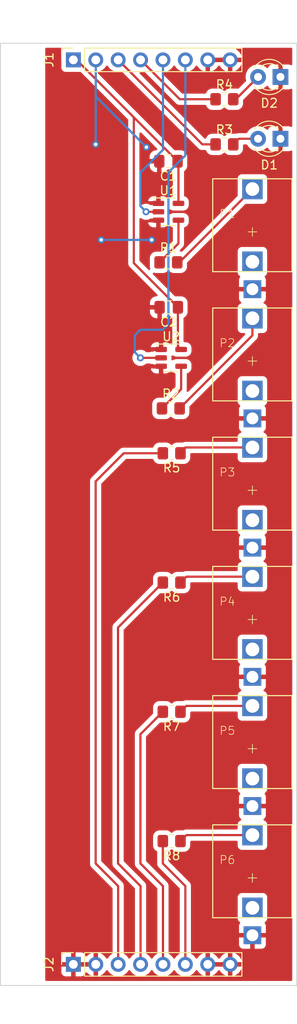
<source format=kicad_pcb>
(kicad_pcb (version 20211014) (generator pcbnew)
  (layers (0 "F.Cu" signal) (31 "B.Cu" signal) (34 "B.Paste" user) (35 "F.Paste" user) (36 "B.SilkS" user "B.Silkscreen") (37 "F.SilkS" user "F.Silkscreen") (38 "B.Mask" user) (39 "F.Mask" user) (44 "Edge.Cuts" user))
  (net 0 "")
  (net 1 "GND")
  (net 2 "Net-(D1-Pad2)")
  (net 3 "Net-(D2-Pad2)")
  (net 5 "Net-(P1-PadP$3_TIP)")
  (net 7 "Net-(P2-PadP$3_TIP)")
  (net 9 "Net-(P3-PadP$3_TIP)")
  (net 11 "Net-(P4-PadP$3_TIP)")
  (net 13 "Net-(P5-PadP$3_TIP)")
  (net 15 "Net-(P6-PadP$3_TIP)")
  (net 16 "Net-(R1-Pad1)")
  (net 17 "Net-(R2-Pad1)")
  (net 18 "/LED1")
  (net 19 "/LED2")
  (net 20 "/CV1")
  (net 21 "/CV2")
  (net 22 "/CV3")
  (net 23 "/CV4")
  (net 24 "/GATE1")
  (net 25 "/GATE2")
  (net 26 "+5V")
  (footprint "MusicThingModular:THONKICONN" (layer "F.Cu") (at 28.575 94.345)
    (fp_text reference "P6" (at -3.8 -1.5) (layer "F.SilkS") (effects (font (size 0.92 0.92) (thickness 0.08)) (justify left bottom)))
    (fp_text value "EuroCon")
    (fp_line (start -4.5 -6) (end 4.5 -6) (layer "F.SilkS") (width 0.127))
    (fp_line (start 4.5 4.5) (end -4.5 4.5) (layer "F.SilkS") (width 0.127))
    (fp_line (start -0.5 0) (end 0.5 0) (layer "F.SilkS") (width 0.08))
    (fp_line (start 4.5 -6) (end 4.5 4.5) (layer "F.SilkS") (width 0.127))
    (fp_line (start -4.5 4.5) (end -4.5 -6) (layer "F.SilkS") (width 0.127))
    (fp_line (start 0 -0.5) (end 0 0.5) (layer "F.SilkS") (width 0.08))
    (pad "P$1_SLEEVE" thru_hole rect (at 0 6.48) (size 2.025 2.025) (drill 1.35) (layers *.Cu *.Mask) (net 1 "GND"))
    (pad "P$2_SWITCH" thru_hole rect (at 0 3.38) (size 2.325 2.325) (drill 1.55) (layers *.Cu *.Mask))
    (pad "P$3_TIP" thru_hole rect (at 0 -4.84) (size 2.325 2.325) (drill 1.55) (layers *.Cu *.Mask) (net 15 "Net-(P6-PadP$3_TIP)"))
  )
  (footprint "Capacitor_SMD:C_0805_2012Metric_Pad1.18x1.45mm_HandSolder" (layer "F.Cu") (at 19.05 13.335 180)
    (fp_text reference "C1" (at 0 -1.68) (layer "F.SilkS"))
    (fp_text value "C")
    (fp_line (start -0.261252 0.735) (end 0.261252 0.735) (layer "F.SilkS") (width 0.12))
    (fp_line (start -0.261252 -0.735) (end 0.261252 -0.735) (layer "F.SilkS") (width 0.12))
    (pad "1" smd roundrect (at -1.0375 0 180) (size 1.175 1.45) (layers "F.Cu" "F.Paste" "F.Mask") (roundrect_rratio 0.2127659574) (net 26 "+5V"))
    (pad "2" smd roundrect (at 1.0375 0 180) (size 1.175 1.45) (layers "F.Cu" "F.Paste" "F.Mask") (roundrect_rratio 0.2127659574) (net 1 "GND"))
  )
  (footprint "MusicThingModular:THONKICONN" (layer "F.Cu") (at 28.575 50.53)
    (fp_text reference "P3" (at -3.8 -1.5) (layer "F.SilkS") (effects (font (size 0.92 0.92) (thickness 0.08)) (justify left bottom)))
    (fp_text value "EuroCon")
    (fp_line (start -4.5 -6) (end 4.5 -6) (layer "F.SilkS") (width 0.127))
    (fp_line (start -0.5 0) (end 0.5 0) (layer "F.SilkS") (width 0.08))
    (fp_line (start -4.5 4.5) (end -4.5 -6) (layer "F.SilkS") (width 0.127))
    (fp_line (start 4.5 -6) (end 4.5 4.5) (layer "F.SilkS") (width 0.127))
    (fp_line (start 4.5 4.5) (end -4.5 4.5) (layer "F.SilkS") (width 0.127))
    (fp_line (start 0 -0.5) (end 0 0.5) (layer "F.SilkS") (width 0.08))
    (pad "P$1_SLEEVE" thru_hole rect (at 0 6.48) (size 2.025 2.025) (drill 1.35) (layers *.Cu *.Mask) (net 1 "GND"))
    (pad "P$2_SWITCH" thru_hole rect (at 0 3.38) (size 2.325 2.325) (drill 1.55) (layers *.Cu *.Mask))
    (pad "P$3_TIP" thru_hole rect (at 0 -4.84) (size 2.325 2.325) (drill 1.55) (layers *.Cu *.Mask) (net 9 "Net-(P3-PadP$3_TIP)"))
  )
  (footprint "Resistor_SMD:R_0805_2012Metric_Pad1.20x1.40mm_HandSolder" (layer "F.Cu") (at 25.4 11.43)
    (fp_text reference "R3" (at 0 -1.65) (layer "F.SilkS"))
    (fp_text value "1k")
    (fp_line (start -0.227064 -0.735) (end 0.227064 -0.735) (layer "F.SilkS") (width 0.12))
    (fp_line (start -0.227064 0.735) (end 0.227064 0.735) (layer "F.SilkS") (width 0.12))
    (pad "1" smd roundrect (at -1 0) (size 1.2 1.4) (layers "F.Cu" "F.Paste" "F.Mask") (roundrect_rratio 0.2083333333) (net 18 "/LED1"))
    (pad "2" smd roundrect (at 1 0) (size 1.2 1.4) (layers "F.Cu" "F.Paste" "F.Mask") (roundrect_rratio 0.2083333333) (net 2 "Net-(D1-Pad2)"))
  )
  (footprint "Connector_PinSocket_2.54mm:PinSocket_1x08_P2.54mm_Vertical" (layer "F.Cu") (at 8.27 104.115 90)
    (fp_text reference "J2" (at 0 -2.77 90) (layer "F.SilkS"))
    (fp_text value "Conn_01x08_Male")
    (fp_line (start 1.33 1.27) (end 1.33 19.11) (layer "F.SilkS") (width 0.12))
    (fp_line (start -1.33 1.27) (end 1.33 1.27) (layer "F.SilkS") (width 0.12))
    (fp_line (start -1.33 1.27) (end -1.33 19.11) (layer "F.SilkS") (width 0.12))
    (fp_line (start 1.33 -1.33) (end 1.33 0) (layer "F.SilkS") (width 0.12))
    (fp_line (start -1.33 19.11) (end 1.33 19.11) (layer "F.SilkS") (width 0.12))
    (fp_line (start 0 -1.33) (end 1.33 -1.33) (layer "F.SilkS") (width 0.12))
    (pad "1" thru_hole rect (at 0 0 90) (size 1.7 1.7) (drill 1) (layers *.Cu *.Mask) (net 1 "GND"))
    (pad "2" thru_hole oval (at 0 2.54 90) (size 1.7 1.7) (drill 1) (layers *.Cu *.Mask) (net 1 "GND"))
    (pad "3" thru_hole oval (at 0 5.08 90) (size 1.7 1.7) (drill 1) (layers *.Cu *.Mask) (net 20 "/CV1"))
    (pad "4" thru_hole oval (at 0 7.62 90) (size 1.7 1.7) (drill 1) (layers *.Cu *.Mask) (net 21 "/CV2"))
    (pad "5" thru_hole oval (at 0 10.16 90) (size 1.7 1.7) (drill 1) (layers *.Cu *.Mask) (net 22 "/CV3"))
    (pad "6" thru_hole oval (at 0 12.7 90) (size 1.7 1.7) (drill 1) (layers *.Cu *.Mask) (net 23 "/CV4"))
    (pad "7" thru_hole oval (at 0 15.24 90) (size 1.7 1.7) (drill 1) (layers *.Cu *.Mask) (net 1 "GND"))
    (pad "8" thru_hole oval (at 0 17.78 90) (size 1.7 1.7) (drill 1) (layers *.Cu *.Mask) (net 1 "GND"))
  )
  (footprint "Resistor_SMD:R_0805_2012Metric_Pad1.20x1.40mm_HandSolder" (layer "F.Cu") (at 19.05 24.765)
    (fp_text reference "R1" (at 0 -1.65) (layer "F.SilkS"))
    (fp_text value "1k")
    (fp_line (start -0.227064 0.735) (end 0.227064 0.735) (layer "F.SilkS") (width 0.12))
    (fp_line (start -0.227064 -0.735) (end 0.227064 -0.735) (layer "F.SilkS") (width 0.12))
    (pad "1" smd roundrect (at -1 0) (size 1.2 1.4) (layers "F.Cu" "F.Paste" "F.Mask") (roundrect_rratio 0.2083333333) (net 16 "Net-(R1-Pad1)"))
    (pad "2" smd roundrect (at 1 0) (size 1.2 1.4) (layers "F.Cu" "F.Paste" "F.Mask") (roundrect_rratio 0.2083333333) (net 5 "Net-(P1-PadP$3_TIP)"))
  )
  (footprint "Resistor_SMD:R_0805_2012Metric_Pad1.20x1.40mm_HandSolder" (layer "F.Cu") (at 19.32 41.275)
    (fp_text reference "R2" (at 0 -1.65) (layer "F.SilkS"))
    (fp_text value "1k")
    (fp_line (start -0.227064 0.735) (end 0.227064 0.735) (layer "F.SilkS") (width 0.12))
    (fp_line (start -0.227064 -0.735) (end 0.227064 -0.735) (layer "F.SilkS") (width 0.12))
    (pad "1" smd roundrect (at -1 0) (size 1.2 1.4) (layers "F.Cu" "F.Paste" "F.Mask") (roundrect_rratio 0.2083333333) (net 17 "Net-(R2-Pad1)"))
    (pad "2" smd roundrect (at 1 0) (size 1.2 1.4) (layers "F.Cu" "F.Paste" "F.Mask") (roundrect_rratio 0.2083333333) (net 7 "Net-(P2-PadP$3_TIP)"))
  )
  (footprint "MusicThingModular:THONKICONN" (layer "F.Cu") (at 28.575 79.74)
    (fp_text reference "P5" (at -3.8 -1.5) (layer "F.SilkS") (effects (font (size 0.92 0.92) (thickness 0.08)) (justify left bottom)))
    (fp_text value "EuroCon")
    (fp_line (start -0.5 0) (end 0.5 0) (layer "F.SilkS") (width 0.08))
    (fp_line (start 4.5 4.5) (end -4.5 4.5) (layer "F.SilkS") (width 0.127))
    (fp_line (start 0 -0.5) (end 0 0.5) (layer "F.SilkS") (width 0.08))
    (fp_line (start -4.5 4.5) (end -4.5 -6) (layer "F.SilkS") (width 0.127))
    (fp_line (start -4.5 -6) (end 4.5 -6) (layer "F.SilkS") (width 0.127))
    (fp_line (start 4.5 -6) (end 4.5 4.5) (layer "F.SilkS") (width 0.127))
    (pad "P$1_SLEEVE" thru_hole rect (at 0 6.48) (size 2.025 2.025) (drill 1.35) (layers *.Cu *.Mask) (net 1 "GND"))
    (pad "P$2_SWITCH" thru_hole rect (at 0 3.38) (size 2.325 2.325) (drill 1.55) (layers *.Cu *.Mask))
    (pad "P$3_TIP" thru_hole rect (at 0 -4.84) (size 2.325 2.325) (drill 1.55) (layers *.Cu *.Mask) (net 13 "Net-(P5-PadP$3_TIP)"))
  )
  (footprint "Connector_PinSocket_2.54mm:PinSocket_1x08_P2.54mm_Vertical" (layer "F.Cu") (at 8.27 1.88 90)
    (fp_text reference "J1" (at 0 -2.77 90) (layer "F.SilkS"))
    (fp_text value "Conn_01x08_Male")
    (fp_line (start -1.33 1.27) (end 1.33 1.27) (layer "F.SilkS") (width 0.12))
    (fp_line (start 1.33 1.27) (end 1.33 19.11) (layer "F.SilkS") (width 0.12))
    (fp_line (start 0 -1.33) (end 1.33 -1.33) (layer "F.SilkS") (width 0.12))
    (fp_line (start -1.33 1.27) (end -1.33 19.11) (layer "F.SilkS") (width 0.12))
    (fp_line (start 1.33 -1.33) (end 1.33 0) (layer "F.SilkS") (width 0.12))
    (fp_line (start -1.33 19.11) (end 1.33 19.11) (layer "F.SilkS") (width 0.12))
    (pad "1" thru_hole rect (at 0 0 90) (size 1.7 1.7) (drill 1) (layers *.Cu *.Mask) (net 26 "+5V"))
    (pad "2" thru_hole oval (at 0 2.54 90) (size 1.7 1.7) (drill 1) (layers *.Cu *.Mask) (net 1 "GND"))
    (pad "3" thru_hole oval (at 0 5.08 90) (size 1.7 1.7) (drill 1) (layers *.Cu *.Mask) (net 18 "/LED1"))
    (pad "4" thru_hole oval (at 0 7.62 90) (size 1.7 1.7) (drill 1) (layers *.Cu *.Mask) (net 19 "/LED2"))
    (pad "5" thru_hole oval (at 0 10.16 90) (size 1.7 1.7) (drill 1) (layers *.Cu *.Mask) (net 24 "/GATE1"))
    (pad "6" thru_hole oval (at 0 12.7 90) (size 1.7 1.7) (drill 1) (layers *.Cu *.Mask) (net 25 "/GATE2"))
    (pad "7" thru_hole oval (at 0 15.24 90) (size 1.7 1.7) (drill 1) (layers *.Cu *.Mask) (net 1 "GND"))
    (pad "8" thru_hole oval (at 0 17.78 90) (size 1.7 1.7) (drill 1) (layers *.Cu *.Mask) (net 1 "GND"))
  )
  (footprint "MusicThingModular:THONKICONN" (layer "F.Cu") (at 28.575 21.32)
    (fp_text reference "P1" (at -3.8 -1.5) (layer "F.SilkS") (effects (font (size 0.92 0.92) (thickness 0.08)) (justify left bottom)))
    (fp_text value "EuroCon")
    (fp_line (start -0.5 0) (end 0.5 0) (layer "F.SilkS") (width 0.08))
    (fp_line (start 4.5 4.5) (end -4.5 4.5) (layer "F.SilkS") (width 0.127))
    (fp_line (start 0 -0.5) (end 0 0.5) (layer "F.SilkS") (width 0.08))
    (fp_line (start 4.5 -6) (end 4.5 4.5) (layer "F.SilkS") (width 0.127))
    (fp_line (start -4.5 -6) (end 4.5 -6) (layer "F.SilkS") (width 0.127))
    (fp_line (start -4.5 4.5) (end -4.5 -6) (layer "F.SilkS") (width 0.127))
    (pad "P$1_SLEEVE" thru_hole rect (at 0 6.48) (size 2.025 2.025) (drill 1.35) (layers *.Cu *.Mask) (net 1 "GND"))
    (pad "P$2_SWITCH" thru_hole rect (at 0 3.38) (size 2.325 2.325) (drill 1.55) (layers *.Cu *.Mask))
    (pad "P$3_TIP" thru_hole rect (at 0 -4.84) (size 2.325 2.325) (drill 1.55) (layers *.Cu *.Mask) (net 5 "Net-(P1-PadP$3_TIP)"))
  )
  (footprint "LED_THT:LED_D3.0mm" (layer "F.Cu") (at 31.755 10.795 180)
    (fp_text reference "D1" (at 1.27 -2.96) (layer "F.SilkS"))
    (fp_text value "LED")
    (fp_line (start -0.29 -1.236) (end -0.29 -1.08) (layer "F.SilkS") (width 0.12))
    (fp_line (start -0.29 1.08) (end -0.29 1.236) (layer "F.SilkS") (width 0.12))
    (fp_arc (start 0.229039 -1.08) (mid 1.270117 -1.5) (end 2.31113 -1.079837) (layer "F.SilkS") (width 0.12))
    (fp_arc (start -0.29 -1.235516) (mid 1.366487 -1.987659) (end 2.942335 -1.078608) (layer "F.SilkS") (width 0.12))
    (fp_arc (start 2.31113 1.079837) (mid 1.270117 1.5) (end 0.229039 1.08) (layer "F.SilkS") (width 0.12))
    (fp_arc (start 2.942335 1.078608) (mid 1.366487 1.987659) (end -0.29 1.235516) (layer "F.SilkS") (width 0.12))
    (pad "1" thru_hole rect (at 0 0 180) (size 1.8 1.8) (drill 0.9) (layers *.Cu *.Mask) (net 1 "GND"))
    (pad "2" thru_hole circle (at 2.54 0 180) (size 1.8 1.8) (drill 0.9) (layers *.Cu *.Mask) (net 2 "Net-(D1-Pad2)"))
  )
  (footprint "Package_TO_SOT_SMD:SOT-23-5" (layer "F.Cu") (at 19.355 35.56)
    (fp_text reference "U2" (at 0 -2.4) (layer "F.SilkS"))
    (fp_text value "74AHCT1G125" hide)
    (fp_line (start 0 1.56) (end 0.8 1.56) (layer "F.SilkS") (width 0.12))
    (fp_line (start 0 -1.56) (end 0.8 -1.56) (layer "F.SilkS") (width 0.12))
    (fp_line (start 0 -1.56) (end -1.8 -1.56) (layer "F.SilkS") (width 0.12))
    (fp_line (start 0 1.56) (end -0.8 1.56) (layer "F.SilkS") (width 0.12))
    (pad "1" smd roundrect (at -1.1375 -0.95) (size 1.325 0.6) (layers "F.Cu" "F.Paste" "F.Mask") (net 1 "GND"))
    (pad "2" smd roundrect (at -1.1375 0) (size 1.325 0.6) (layers "F.Cu" "F.Paste" "F.Mask") (net 25 "/GATE2"))
    (pad "3" smd roundrect (at -1.1375 0.95) (size 1.325 0.6) (layers "F.Cu" "F.Paste" "F.Mask") (net 1 "GND"))
    (pad "4" smd roundrect (at 1.1375 0.95) (size 1.325 0.6) (layers "F.Cu" "F.Paste" "F.Mask") (net 17 "Net-(R2-Pad1)"))
    (pad "5" smd roundrect (at 1.1375 -0.95) (size 1.325 0.6) (layers "F.Cu" "F.Paste" "F.Mask") (net 26 "+5V"))
  )
  (footprint "Resistor_SMD:R_0805_2012Metric_Pad1.20x1.40mm_HandSolder" (layer "F.Cu") (at 19.415 46.345 180)
    (fp_text reference "R5" (at 0 -1.65) (layer "F.SilkS"))
    (fp_text value "1K")
    (fp_line (start -0.227064 0.735) (end 0.227064 0.735) (layer "F.SilkS") (width 0.12))
    (fp_line (start -0.227064 -0.735) (end 0.227064 -0.735) (layer "F.SilkS") (width 0.12))
    (pad "1" smd roundrect (at -1 0 180) (size 1.2 1.4) (layers "F.Cu" "F.Paste" "F.Mask") (roundrect_rratio 0.2083333333) (net 9 "Net-(P3-PadP$3_TIP)"))
    (pad "2" smd roundrect (at 1 0 180) (size 1.2 1.4) (layers "F.Cu" "F.Paste" "F.Mask") (roundrect_rratio 0.2083333333) (net 20 "/CV1"))
  )
  (footprint "MusicThingModular:THONKICONN" (layer "F.Cu") (at 28.575 35.925)
    (fp_text reference "P2" (at -3.8 -1.5) (layer "F.SilkS") (effects (font (size 0.92 0.92) (thickness 0.08)) (justify left bottom)))
    (fp_text value "EuroCon")
    (fp_line (start 4.5 -6) (end 4.5 4.5) (layer "F.SilkS") (width 0.127))
    (fp_line (start 0 -0.5) (end 0 0.5) (layer "F.SilkS") (width 0.08))
    (fp_line (start -4.5 4.5) (end -4.5 -6) (layer "F.SilkS") (width 0.127))
    (fp_line (start -4.5 -6) (end 4.5 -6) (layer "F.SilkS") (width 0.127))
    (fp_line (start 4.5 4.5) (end -4.5 4.5) (layer "F.SilkS") (width 0.127))
    (fp_line (start -0.5 0) (end 0.5 0) (layer "F.SilkS") (width 0.08))
    (pad "P$1_SLEEVE" thru_hole rect (at 0 6.48) (size 2.025 2.025) (drill 1.35) (layers *.Cu *.Mask) (net 1 "GND"))
    (pad "P$2_SWITCH" thru_hole rect (at 0 3.38) (size 2.325 2.325) (drill 1.55) (layers *.Cu *.Mask))
    (pad "P$3_TIP" thru_hole rect (at 0 -4.84) (size 2.325 2.325) (drill 1.55) (layers *.Cu *.Mask) (net 7 "Net-(P2-PadP$3_TIP)"))
  )
  (footprint "Resistor_SMD:R_0805_2012Metric_Pad1.20x1.40mm_HandSolder" (layer "F.Cu") (at 25.4 6.33)
    (fp_text reference "R4" (at 0 -1.65) (layer "F.SilkS"))
    (fp_text value "1k")
    (fp_line (start -0.227064 0.735) (end 0.227064 0.735) (layer "F.SilkS") (width 0.12))
    (fp_line (start -0.227064 -0.735) (end 0.227064 -0.735) (layer "F.SilkS") (width 0.12))
    (pad "1" smd roundrect (at -1 0) (size 1.2 1.4) (layers "F.Cu" "F.Paste" "F.Mask") (roundrect_rratio 0.2083333333) (net 19 "/LED2"))
    (pad "2" smd roundrect (at 1 0) (size 1.2 1.4) (layers "F.Cu" "F.Paste" "F.Mask") (roundrect_rratio 0.2083333333) (net 3 "Net-(D2-Pad2)"))
  )
  (footprint "Package_TO_SOT_SMD:SOT-23-5" (layer "F.Cu") (at 19.05 19.05)
    (fp_text reference "U1" (at 0 -2.4) (layer "F.SilkS"))
    (fp_text value "74AHCT1G125" hide)
    (fp_line (start 0 -1.56) (end 0.8 -1.56) (layer "F.SilkS") (width 0.12))
    (fp_line (start 0 -1.56) (end -1.8 -1.56) (layer "F.SilkS") (width 0.12))
    (fp_line (start 0 1.56) (end 0.8 1.56) (layer "F.SilkS") (width 0.12))
    (fp_line (start 0 1.56) (end -0.8 1.56) (layer "F.SilkS") (width 0.12))
    (pad "1" smd roundrect (at -1.1375 -0.95) (size 1.325 0.6) (layers "F.Cu" "F.Paste" "F.Mask") (net 1 "GND"))
    (pad "2" smd roundrect (at -1.1375 0) (size 1.325 0.6) (layers "F.Cu" "F.Paste" "F.Mask") (net 24 "/GATE1"))
    (pad "3" smd roundrect (at -1.1375 0.95) (size 1.325 0.6) (layers "F.Cu" "F.Paste" "F.Mask") (net 1 "GND"))
    (pad "4" smd roundrect (at 1.1375 0.95) (size 1.325 0.6) (layers "F.Cu" "F.Paste" "F.Mask") (net 16 "Net-(R1-Pad1)"))
    (pad "5" smd roundrect (at 1.1375 -0.95) (size 1.325 0.6) (layers "F.Cu" "F.Paste" "F.Mask") (net 26 "+5V"))
  )
  (footprint "MusicThingModular:THONKICONN" (layer "F.Cu") (at 28.575 65.135)
    (fp_text reference "P4" (at -3.8 -1.5) (layer "F.SilkS") (effects (font (size 0.92 0.92) (thickness 0.08)) (justify left bottom)))
    (fp_text value "EuroCon")
    (fp_line (start -4.5 -6) (end 4.5 -6) (layer "F.SilkS") (width 0.127))
    (fp_line (start 0 -0.5) (end 0 0.5) (layer "F.SilkS") (width 0.08))
    (fp_line (start -4.5 4.5) (end -4.5 -6) (layer "F.SilkS") (width 0.127))
    (fp_line (start -0.5 0) (end 0.5 0) (layer "F.SilkS") (width 0.08))
    (fp_line (start 4.5 4.5) (end -4.5 4.5) (layer "F.SilkS") (width 0.127))
    (fp_line (start 4.5 -6) (end 4.5 4.5) (layer "F.SilkS") (width 0.127))
    (pad "P$1_SLEEVE" thru_hole rect (at 0 6.48) (size 2.025 2.025) (drill 1.35) (layers *.Cu *.Mask) (net 1 "GND"))
    (pad "P$2_SWITCH" thru_hole rect (at 0 3.38) (size 2.325 2.325) (drill 1.55) (layers *.Cu *.Mask))
    (pad "P$3_TIP" thru_hole rect (at 0 -4.84) (size 2.325 2.325) (drill 1.55) (layers *.Cu *.Mask) (net 11 "Net-(P4-PadP$3_TIP)"))
  )
  (footprint "Resistor_SMD:R_0805_2012Metric_Pad1.20x1.40mm_HandSolder" (layer "F.Cu") (at 19.415 60.96 180)
    (fp_text reference "R6" (at 0 -1.65) (layer "F.SilkS"))
    (fp_text value "1K")
    (fp_line (start -0.227064 -0.735) (end 0.227064 -0.735) (layer "F.SilkS") (width 0.12))
    (fp_line (start -0.227064 0.735) (end 0.227064 0.735) (layer "F.SilkS") (width 0.12))
    (pad "1" smd roundrect (at -1 0 180) (size 1.2 1.4) (layers "F.Cu" "F.Paste" "F.Mask") (roundrect_rratio 0.2083333333) (net 11 "Net-(P4-PadP$3_TIP)"))
    (pad "2" smd roundrect (at 1 0 180) (size 1.2 1.4) (layers "F.Cu" "F.Paste" "F.Mask") (roundrect_rratio 0.2083333333) (net 21 "/CV2"))
  )
  (footprint "Resistor_SMD:R_0805_2012Metric_Pad1.20x1.40mm_HandSolder" (layer "F.Cu") (at 19.415 75.565 180)
    (fp_text reference "R7" (at 0 -1.65) (layer "F.SilkS"))
    (fp_text value "1K")
    (fp_line (start -0.227064 -0.735) (end 0.227064 -0.735) (layer "F.SilkS") (width 0.12))
    (fp_line (start -0.227064 0.735) (end 0.227064 0.735) (layer "F.SilkS") (width 0.12))
    (pad "1" smd roundrect (at -1 0 180) (size 1.2 1.4) (layers "F.Cu" "F.Paste" "F.Mask") (roundrect_rratio 0.2083333333) (net 13 "Net-(P5-PadP$3_TIP)"))
    (pad "2" smd roundrect (at 1 0 180) (size 1.2 1.4) (layers "F.Cu" "F.Paste" "F.Mask") (roundrect_rratio 0.2083333333) (net 22 "/CV3"))
  )
  (footprint "Resistor_SMD:R_0805_2012Metric_Pad1.20x1.40mm_HandSolder" (layer "F.Cu") (at 19.415 90.18 180)
    (fp_text reference "R8" (at 0 -1.65) (layer "F.SilkS"))
    (fp_text value "1K")
    (fp_line (start -0.227064 -0.735) (end 0.227064 -0.735) (layer "F.SilkS") (width 0.12))
    (fp_line (start -0.227064 0.735) (end 0.227064 0.735) (layer "F.SilkS") (width 0.12))
    (pad "1" smd roundrect (at -1 0 180) (size 1.2 1.4) (layers "F.Cu" "F.Paste" "F.Mask") (roundrect_rratio 0.2083333333) (net 15 "Net-(P6-PadP$3_TIP)"))
    (pad "2" smd roundrect (at 1 0 180) (size 1.2 1.4) (layers "F.Cu" "F.Paste" "F.Mask") (roundrect_rratio 0.2083333333) (net 23 "/CV4"))
  )
  (footprint "LED_THT:LED_D3.0mm" (layer "F.Cu") (at 31.755 3.81 180)
    (fp_text reference "D2" (at 1.27 -2.96) (layer "F.SilkS"))
    (fp_text value "LED")
    (fp_line (start -0.29 -1.236) (end -0.29 -1.08) (layer "F.SilkS") (width 0.12))
    (fp_line (start -0.29 1.08) (end -0.29 1.236) (layer "F.SilkS") (width 0.12))
    (fp_arc (start 2.942335 1.078608) (mid 1.366487 1.987659) (end -0.29 1.235516) (layer "F.SilkS") (width 0.12))
    (fp_arc (start 2.31113 1.079837) (mid 1.270117 1.5) (end 0.229039 1.08) (layer "F.SilkS") (width 0.12))
    (fp_arc (start -0.29 -1.235516) (mid 1.366487 -1.987659) (end 2.942335 -1.078608) (layer "F.SilkS") (width 0.12))
    (fp_arc (start 0.229039 -1.08) (mid 1.270117 -1.5) (end 2.31113 -1.079837) (layer "F.SilkS") (width 0.12))
    (pad "1" thru_hole rect (at 0 0 180) (size 1.8 1.8) (drill 0.9) (layers *.Cu *.Mask) (net 1 "GND"))
    (pad "2" thru_hole circle (at 2.54 0 180) (size 1.8 1.8) (drill 0.9) (layers *.Cu *.Mask) (net 3 "Net-(D2-Pad2)"))
  )
  (footprint "Capacitor_SMD:C_0805_2012Metric_Pad1.18x1.45mm_HandSolder" (layer "F.Cu") (at 19.0875 29.845 180)
    (fp_text reference "C2" (at 0 -1.68) (layer "F.SilkS"))
    (fp_text value "C")
    (fp_line (start -0.261252 0.735) (end 0.261252 0.735) (layer "F.SilkS") (width 0.12))
    (fp_line (start -0.261252 -0.735) (end 0.261252 -0.735) (layer "F.SilkS") (width 0.12))
    (pad "1" smd roundrect (at -1.0375 0 180) (size 1.175 1.45) (layers "F.Cu" "F.Paste" "F.Mask") (roundrect_rratio 0.2127659574) (net 26 "+5V"))
    (pad "2" smd roundrect (at 1.0375 0 180) (size 1.175 1.45) (layers "F.Cu" "F.Paste" "F.Mask") (roundrect_rratio 0.2127659574) (net 1 "GND"))
  )
  (gr_rect (start 0 0) (end 33.605 106.5) (layer "Edge.Cuts") (width 0.1) (fill none))
  (segment (start 17.9125 21.4575) (end 17.145 22.225) (width 0.25) (layer "F.Cu") (net 1))
  (segment (start 17.9125 13.435) (end 18.0125 13.335) (width 0.25) (layer "F.Cu") (net 1))
  (segment (start 17.9125 20) (end 17.9125 21.4575) (width 0.25) (layer "F.Cu") (net 1))
  (segment (start 17.9125 18.1) (end 17.9125 13.435) (width 0.25) (layer "F.Cu") (net 1))
  (via (at 10.795 11.43) (size 0.8) (drill 0.4) (layers "F.Cu" "B.Cu") (net 1))
  (via (at 16.550247 11.749154) (size 0.8) (drill 0.4) (layers "F.Cu" "B.Cu") (net 1))
  (via (at 17.145 22.225) (size 0.8) (drill 0.4) (layers "F.Cu" "B.Cu") (net 1))
  (via (at 11.43 22.225) (size 0.8) (drill 0.4) (layers "F.Cu" "B.Cu") (net 1))
  (segment (start 10.81 6.008907) (end 10.81 11.415) (width 0.25) (layer "B.Cu") (net 1))
  (segment (start 17.145 22.225) (end 11.43 22.225) (width 0.25) (layer "B.Cu") (net 1))
  (segment (start 10.81 6.008907) (end 16.550247 11.749154) (width 0.25) (layer "B.Cu") (net 1))
  (segment (start 10.81 1.88) (end 10.81 6.008907) (width 0.25) (layer "B.Cu") (net 1))
  (segment (start 10.81 11.415) (end 10.795 11.43) (width 0.25) (layer "B.Cu") (net 1))
  (segment (start 27.035 10.795) (end 29.215 10.795) (width 0.25) (layer "F.Cu") (net 2))
  (segment (start 26.4 11.43) (end 27.035 10.795) (width 0.25) (layer "F.Cu") (net 2))
  (segment (start 26.695 6.33) (end 29.215 3.81) (width 0.25) (layer "F.Cu") (net 3))
  (segment (start 26.4 6.33) (end 26.695 6.33) (width 0.25) (layer "F.Cu") (net 3))
  (segment (start 20.29 24.765) (end 28.575 16.48) (width 0.25) (layer "F.Cu") (net 5))
  (segment (start 20.05 24.765) (end 20.29 24.765) (width 0.25) (layer "F.Cu") (net 5))
  (segment (start 28.575 33.02) (end 28.575 31.085) (width 0.25) (layer "F.Cu") (net 7))
  (segment (start 20.32 41.275) (end 28.575 33.02) (width 0.25) (layer "F.Cu") (net 7))
  (segment (start 20.415 46.26) (end 20.985 45.69) (width 0.25) (layer "F.Cu") (net 9))
  (segment (start 20.415 46.345) (end 20.415 46.26) (width 0.25) (layer "F.Cu") (net 9))
  (segment (start 20.985 45.69) (end 28.575 45.69) (width 0.25) (layer "F.Cu") (net 9))
  (segment (start 20.415 60.96) (end 21.08 60.295) (width 0.25) (layer "F.Cu") (net 11))
  (segment (start 21.08 60.295) (end 28.575 60.295) (width 0.25) (layer "F.Cu") (net 11))
  (segment (start 21.08 74.9) (end 28.575 74.9) (width 0.25) (layer "F.Cu") (net 13))
  (segment (start 20.415 75.565) (end 21.08 74.9) (width 0.25) (layer "F.Cu") (net 13))
  (segment (start 20.415 90.18) (end 21.09 89.505) (width 0.25) (layer "F.Cu") (net 15))
  (segment (start 21.09 89.505) (end 28.575 89.505) (width 0.25) (layer "F.Cu") (net 15))
  (segment (start 20.1875 20) (end 20.1875 22.6275) (width 0.25) (layer "F.Cu") (net 16))
  (segment (start 20.1875 22.6275) (end 18.05 24.765) (width 0.25) (layer "F.Cu") (net 16))
  (segment (start 20.4925 36.51) (end 20.4925 39.1025) (width 0.25) (layer "F.Cu") (net 17))
  (segment (start 20.4925 39.1025) (end 18.32 41.275) (width 0.25) (layer "F.Cu") (net 17))
  (segment (start 22.9 11.43) (end 24.4 11.43) (width 0.25) (layer "F.Cu") (net 18))
  (segment (start 13.35 1.88) (end 22.9 11.43) (width 0.25) (layer "F.Cu") (net 18))
  (segment (start 15.89 1.88) (end 20.34 6.33) (width 0.25) (layer "F.Cu") (net 19))
  (segment (start 20.34 6.33) (end 24.4 6.33) (width 0.25) (layer "F.Cu") (net 19))
  (segment (start 13.98 46.345) (end 18.415 46.345) (width 0.25) (layer "F.Cu") (net 20))
  (segment (start 13.35 104.115) (end 13.35 95.265) (width 0.25) (layer "F.Cu") (net 20))
  (segment (start 10.795 49.53) (end 13.98 46.345) (width 0.25) (layer "F.Cu") (net 20))
  (segment (start 10.795 92.71) (end 10.795 49.53) (width 0.25) (layer "F.Cu") (net 20))
  (segment (start 13.35 95.265) (end 10.795 92.71) (width 0.25) (layer "F.Cu") (net 20))
  (segment (start 13.335 92.71) (end 13.335 66.04) (width 0.25) (layer "F.Cu") (net 21))
  (segment (start 15.89 104.115) (end 15.89 95.265) (width 0.25) (layer "F.Cu") (net 21))
  (segment (start 13.335 66.04) (end 18.415 60.96) (width 0.25) (layer "F.Cu") (net 21))
  (segment (start 15.89 95.265) (end 13.335 92.71) (width 0.25) (layer "F.Cu") (net 21))
  (segment (start 15.875 78.105) (end 18.415 75.565) (width 0.25) (layer "F.Cu") (net 22))
  (segment (start 18.43 95.265) (end 15.875 92.71) (width 0.25) (layer "F.Cu") (net 22))
  (segment (start 18.43 104.115) (end 18.43 95.265) (width 0.25) (layer "F.Cu") (net 22))
  (segment (start 15.875 92.71) (end 15.875 78.105) (width 0.25) (layer "F.Cu") (net 22))
  (segment (start 20.97 104.115) (end 20.97 95.265) (width 0.25) (layer "F.Cu") (net 23))
  (segment (start 18.415 92.71) (end 18.415 90.18) (width 0.25) (layer "F.Cu") (net 23))
  (segment (start 20.97 95.265) (end 18.415 92.71) (width 0.25) (layer "F.Cu") (net 23))
  (segment (start 16.51 19.05) (end 17.9125 19.05) (width 0.25) (layer "F.Cu") (net 24))
  (via (at 16.51 19.05) (size 0.8) (drill 0.4) (layers "F.Cu" "B.Cu") (net 24))
  (segment (start 15.875 14.605) (end 15.875 18.415) (width 0.25) (layer "B.Cu") (net 24))
  (segment (start 18.43 12.05) (end 15.875 14.605) (width 0.25) (layer "B.Cu") (net 24))
  (segment (start 15.875 18.415) (end 16.51 19.05) (width 0.25) (layer "B.Cu") (net 24))
  (segment (start 18.43 1.88) (end 18.43 12.05) (width 0.25) (layer "B.Cu") (net 24))
  (segment (start 15.875 35.56) (end 18.2175 35.56) (width 0.25) (layer "F.Cu") (net 25))
  (via (at 15.875 35.56) (size 0.8) (drill 0.4) (layers "F.Cu" "B.Cu") (net 25))
  (segment (start 20.97 1.88) (end 20.97 12.685) (width 0.25) (layer "B.Cu") (net 25))
  (segment (start 15.24 34.925) (end 15.875 35.56) (width 0.25) (layer "B.Cu") (net 25))
  (segment (start 19.05 31.75) (end 18.415 32.385) (width 0.25) (layer "B.Cu") (net 25))
  (segment (start 15.875 32.385) (end 15.24 33.02) (width 0.25) (layer "B.Cu") (net 25))
  (segment (start 15.24 33.02) (end 15.24 34.925) (width 0.25) (layer "B.Cu") (net 25))
  (segment (start 19.05 14.605) (end 19.05 31.75) (width 0.25) (layer "B.Cu") (net 25))
  (segment (start 18.415 32.385) (end 15.875 32.385) (width 0.25) (layer "B.Cu") (net 25))
  (segment (start 20.97 12.685) (end 19.05 14.605) (width 0.25) (layer "B.Cu") (net 25))
  (segment (start 8.6325 1.88) (end 15.12375 8.37125) (width 0.25) (layer "F.Cu") (net 26))
  (segment (start 15.12375 8.37125) (end 20.0875 13.335) (width 0.25) (layer "F.Cu") (net 26))
  (segment (start 20.125 34.2425) (end 20.4925 34.61) (width 0.25) (layer "F.Cu") (net 26))
  (segment (start 8.27 1.88) (end 8.6325 1.88) (width 0.25) (layer "F.Cu") (net 26))
  (segment (start 20.125 29.845) (end 20.125 34.2425) (width 0.25) (layer "F.Cu") (net 26))
  (segment (start 20.1875 18.1) (end 20.1875 13.435) (width 0.25) (layer "F.Cu") (net 26))
  (segment (start 20.1875 13.435) (end 20.0875 13.335) (width 0.25) (layer "F.Cu") (net 26))
  (segment (start 15.12375 24.84375) (end 20.125 29.845) (width 0.25) (layer "F.Cu") (net 26))
  (segment (start 15.12375 8.37125) (end 15.12375 24.84375) (width 0.25) (layer "F.Cu") (net 26))
  (zone (net 1) (net_name "GND") (layer "F.Cu") (connect_pads (clearance 0.508)) (min_thickness 0.254) (fill yes (thermal_gap 0.508) (thermal_bridge_width 0.508))
    (polygon (pts (xy 33.655 106.045) (xy 5.08 106.045) (xy 5.08 0) (xy 33.655 0)))
  )
)
</source>
